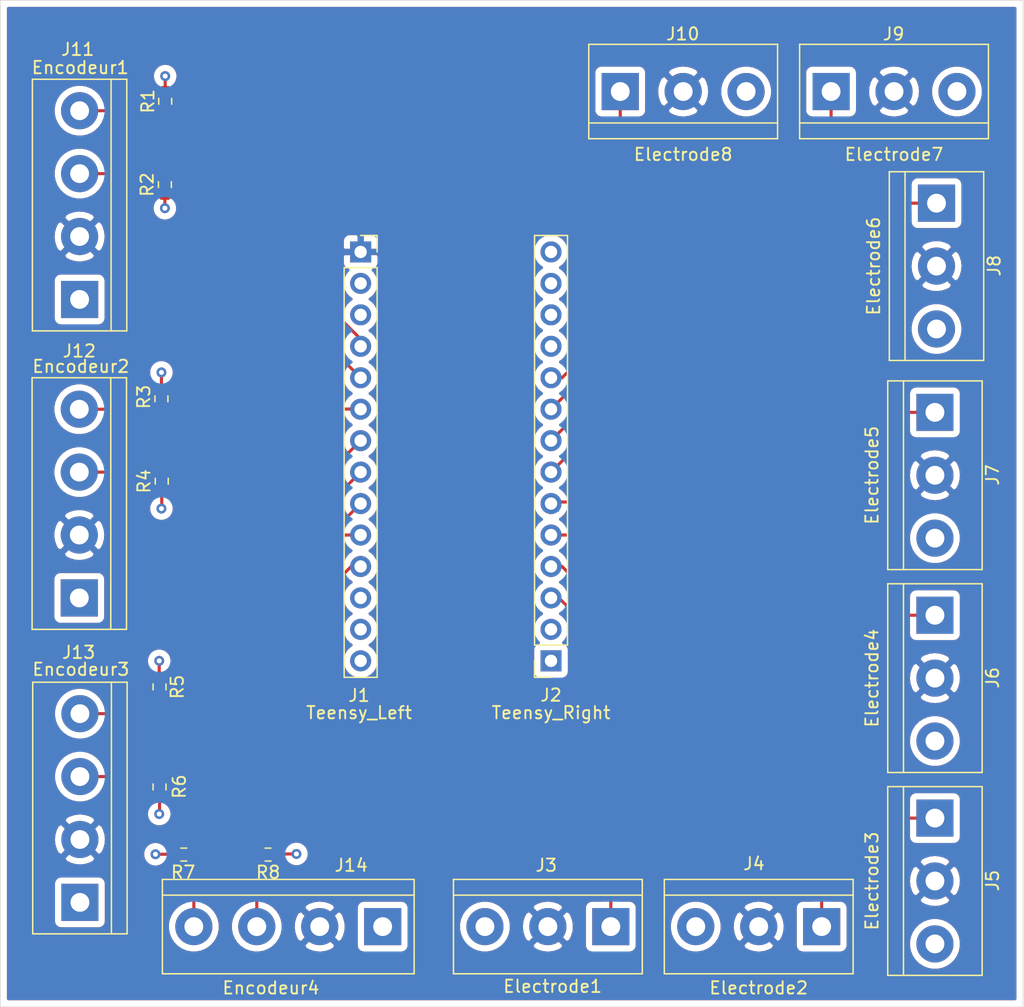
<source format=kicad_pcb>
(kicad_pcb (version 20171130) (host pcbnew "(5.1.12)-1")
  (layers (0 Top signal) (1 GND power) (2 5V power) (31 Bottom signal) (34 B.Paste user) (35 F.Paste user) (36 B.SilkS user) (37 F.SilkS user) (38 B.Mask user) (39 F.Mask user) (44 Edge.Cuts user))
  (net 0 "")
  (net 1 Encodeur4_green)
  (net 2 Encodeur4_red)
  (net 3 Encodeur3_green)
  (net 4 Encodeur3_red)
  (net 5 Encodeur2_green)
  (net 6 Encodeur2_red)
  (net 7 Encodeur1_green)
  (net 8 Encodeur1_red)
  (net 9 GND)
  (net 10 +5V)
  (net 11 +3V3)
  (net 12 Electrode1_signal)
  (net 13 Electrode2_signal)
  (net 14 Electrode8_signal)
  (net 15 Electrode7_signal)
  (net 16 Electrode6_signal)
  (net 17 Electrode5_signal)
  (net 18 Electrode4_signal)
  (net 19 Electrode3_signal)
  (net 20 "Net-(J1-Pad14)")
  (net 21 "Net-(J1-Pad13)")
  (net 22 "Net-(J1-Pad12)")
  (net 23 "Net-(J1-Pad3)")
  (net 24 "Net-(J1-Pad2)")
  (net 25 "Net-(J2-Pad13)")
  (net 26 "Net-(J2-Pad11)")
  (net 27 "Net-(J2-Pad2)")
  (net 28 "Net-(J2-Pad1)")
  (module Connector_PinSocket_2.54mm:PinSocket_1x14_P2.54mm_Vertical (layer Top) (at 140.97 86.36 180)
    (fp_text reference J2 (at 0 -2.77) (layer F.SilkS))
    (fp_text value Teensy_Right (at 0 -4.191) (layer F.SilkS))
    (fp_line (start -1.33 1.27) (end 1.33 1.27) (layer F.SilkS) (width 0.12))
    (fp_line (start -1.33 1.27) (end -1.33 34.35) (layer F.SilkS) (width 0.12))
    (fp_line (start -1.33 34.35) (end 1.33 34.35) (layer F.SilkS) (width 0.12))
    (fp_line (start 1.33 1.27) (end 1.33 34.35) (layer F.SilkS) (width 0.12))
    (fp_line (start 1.33 -1.33) (end 1.33 0) (layer F.SilkS) (width 0.12))
    (fp_line (start 0 -1.33) (end 1.33 -1.33) (layer F.SilkS) (width 0.12))
    (pad 14 thru_hole oval (at 0 33.02 180) (size 1.7 1.7) (drill 1) (layers *.Cu *.Mask) (net 10 +5V))
    (pad 13 thru_hole oval (at 0 30.48 180) (size 1.7 1.7) (drill 1) (layers *.Cu *.Mask) (net 25 "Net-(J2-Pad13)"))
    (pad 12 thru_hole oval (at 0 27.94 180) (size 1.7 1.7) (drill 1) (layers *.Cu *.Mask) (net 11 +3V3))
    (pad 11 thru_hole oval (at 0 25.4 180) (size 1.7 1.7) (drill 1) (layers *.Cu *.Mask) (net 26 "Net-(J2-Pad11)"))
    (pad 10 thru_hole oval (at 0 22.86 180) (size 1.7 1.7) (drill 1) (layers *.Cu *.Mask) (net 14 Electrode8_signal))
    (pad 9 thru_hole oval (at 0 20.32 180) (size 1.7 1.7) (drill 1) (layers *.Cu *.Mask) (net 15 Electrode7_signal))
    (pad 8 thru_hole oval (at 0 17.78 180) (size 1.7 1.7) (drill 1) (layers *.Cu *.Mask) (net 16 Electrode6_signal))
    (pad 7 thru_hole oval (at 0 15.24 180) (size 1.7 1.7) (drill 1) (layers *.Cu *.Mask) (net 17 Electrode5_signal))
    (pad 6 thru_hole oval (at 0 12.7 180) (size 1.7 1.7) (drill 1) (layers *.Cu *.Mask) (net 18 Electrode4_signal))
    (pad 5 thru_hole oval (at 0 10.16 180) (size 1.7 1.7) (drill 1) (layers *.Cu *.Mask) (net 19 Electrode3_signal))
    (pad 4 thru_hole oval (at 0 7.62 180) (size 1.7 1.7) (drill 1) (layers *.Cu *.Mask) (net 13 Electrode2_signal))
    (pad 3 thru_hole oval (at 0 5.08 180) (size 1.7 1.7) (drill 1) (layers *.Cu *.Mask) (net 12 Electrode1_signal))
    (pad 2 thru_hole oval (at 0 2.54 180) (size 1.7 1.7) (drill 1) (layers *.Cu *.Mask) (net 27 "Net-(J2-Pad2)"))
    (pad 1 thru_hole rect (at 0 0 180) (size 1.7 1.7) (drill 1) (layers *.Cu *.Mask) (net 28 "Net-(J2-Pad1)"))
  )
  (module TerminalBlock:TerminalBlock_bornier-3_P5.08mm (layer Top) (at 171.958 66.294 270)
    (fp_text reference J7 (at 5.05 -4.65 90) (layer F.SilkS))
    (fp_text value Electrode5 (at 5.08 5.08 90) (layer F.SilkS))
    (fp_line (start -2.54 3.81) (end -2.54 -3.81) (layer F.SilkS) (width 0.12))
    (fp_line (start 12.7 3.81) (end 12.7 -3.81) (layer F.SilkS) (width 0.12))
    (fp_line (start -2.54 2.54) (end 12.7 2.54) (layer F.SilkS) (width 0.12))
    (fp_line (start -2.54 -3.81) (end 12.7 -3.81) (layer F.SilkS) (width 0.12))
    (fp_line (start -2.54 3.81) (end 12.7 3.81) (layer F.SilkS) (width 0.12))
    (pad 3 thru_hole circle (at 10.16 0 270) (size 3 3) (drill 1.52) (layers *.Cu *.Mask) (net 11 +3V3))
    (pad 2 thru_hole circle (at 5.08 0 270) (size 3 3) (drill 1.52) (layers *.Cu *.Mask) (net 9 GND))
    (pad 1 thru_hole rect (at 0 0 270) (size 3 3) (drill 1.52) (layers *.Cu *.Mask) (net 17 Electrode5_signal))
  )
  (module Connector_PinSocket_2.54mm:PinSocket_1x14_P2.54mm_Vertical (layer Top) (at 125.603 53.34)
    (fp_text reference J1 (at -0.127 35.814) (layer F.SilkS))
    (fp_text value Teensy_Left (at -0.127 37.211) (layer F.SilkS))
    (fp_line (start -1.33 1.27) (end 1.33 1.27) (layer F.SilkS) (width 0.12))
    (fp_line (start -1.33 1.27) (end -1.33 34.35) (layer F.SilkS) (width 0.12))
    (fp_line (start -1.33 34.35) (end 1.33 34.35) (layer F.SilkS) (width 0.12))
    (fp_line (start 1.33 1.27) (end 1.33 34.35) (layer F.SilkS) (width 0.12))
    (fp_line (start 1.33 -1.33) (end 1.33 0) (layer F.SilkS) (width 0.12))
    (fp_line (start 0 -1.33) (end 1.33 -1.33) (layer F.SilkS) (width 0.12))
    (pad 14 thru_hole oval (at 0 33.02) (size 1.7 1.7) (drill 1) (layers *.Cu *.Mask) (net 20 "Net-(J1-Pad14)"))
    (pad 13 thru_hole oval (at 0 30.48) (size 1.7 1.7) (drill 1) (layers *.Cu *.Mask) (net 21 "Net-(J1-Pad13)"))
    (pad 12 thru_hole oval (at 0 27.94) (size 1.7 1.7) (drill 1) (layers *.Cu *.Mask) (net 22 "Net-(J1-Pad12)"))
    (pad 11 thru_hole oval (at 0 25.4) (size 1.7 1.7) (drill 1) (layers *.Cu *.Mask) (net 1 Encodeur4_green))
    (pad 10 thru_hole oval (at 0 22.86) (size 1.7 1.7) (drill 1) (layers *.Cu *.Mask) (net 2 Encodeur4_red))
    (pad 9 thru_hole oval (at 0 20.32) (size 1.7 1.7) (drill 1) (layers *.Cu *.Mask) (net 3 Encodeur3_green))
    (pad 8 thru_hole oval (at 0 17.78) (size 1.7 1.7) (drill 1) (layers *.Cu *.Mask) (net 4 Encodeur3_red))
    (pad 7 thru_hole oval (at 0 15.24) (size 1.7 1.7) (drill 1) (layers *.Cu *.Mask) (net 5 Encodeur2_green))
    (pad 6 thru_hole oval (at 0 12.7) (size 1.7 1.7) (drill 1) (layers *.Cu *.Mask) (net 6 Encodeur2_red))
    (pad 5 thru_hole oval (at 0 10.16) (size 1.7 1.7) (drill 1) (layers *.Cu *.Mask) (net 7 Encodeur1_green))
    (pad 4 thru_hole oval (at 0 7.62) (size 1.7 1.7) (drill 1) (layers *.Cu *.Mask) (net 8 Encodeur1_red))
    (pad 3 thru_hole oval (at 0 5.08) (size 1.7 1.7) (drill 1) (layers *.Cu *.Mask) (net 23 "Net-(J1-Pad3)"))
    (pad 2 thru_hole oval (at 0 2.54) (size 1.7 1.7) (drill 1) (layers *.Cu *.Mask) (net 24 "Net-(J1-Pad2)"))
    (pad 1 thru_hole rect (at 0 0) (size 1.7 1.7) (drill 1) (layers *.Cu *.Mask) (net 9 GND))
  )
  (module TerminalBlock:TerminalBlock_bornier-3_P5.08mm (layer Top) (at 146.558 40.386)
    (fp_text reference J10 (at 5.05 -4.65) (layer F.SilkS))
    (fp_text value Electrode8 (at 5.08 5.08) (layer F.SilkS))
    (fp_line (start -2.54 3.81) (end -2.54 -3.81) (layer F.SilkS) (width 0.12))
    (fp_line (start 12.7 3.81) (end 12.7 -3.81) (layer F.SilkS) (width 0.12))
    (fp_line (start -2.54 2.54) (end 12.7 2.54) (layer F.SilkS) (width 0.12))
    (fp_line (start -2.54 -3.81) (end 12.7 -3.81) (layer F.SilkS) (width 0.12))
    (fp_line (start -2.54 3.81) (end 12.7 3.81) (layer F.SilkS) (width 0.12))
    (pad 3 thru_hole circle (at 10.16 0) (size 3 3) (drill 1.52) (layers *.Cu *.Mask) (net 11 +3V3))
    (pad 2 thru_hole circle (at 5.08 0) (size 3 3) (drill 1.52) (layers *.Cu *.Mask) (net 9 GND))
    (pad 1 thru_hole rect (at 0 0) (size 3 3) (drill 1.52) (layers *.Cu *.Mask) (net 14 Electrode8_signal))
  )
  (module TerminalBlock:TerminalBlock_bornier-3_P5.08mm (layer Top) (at 163.576 40.386)
    (fp_text reference J9 (at 5.05 -4.65) (layer F.SilkS))
    (fp_text value Electrode7 (at 5.08 5.08) (layer F.SilkS))
    (fp_line (start -2.54 3.81) (end -2.54 -3.81) (layer F.SilkS) (width 0.12))
    (fp_line (start 12.7 3.81) (end 12.7 -3.81) (layer F.SilkS) (width 0.12))
    (fp_line (start -2.54 2.54) (end 12.7 2.54) (layer F.SilkS) (width 0.12))
    (fp_line (start -2.54 -3.81) (end 12.7 -3.81) (layer F.SilkS) (width 0.12))
    (fp_line (start -2.54 3.81) (end 12.7 3.81) (layer F.SilkS) (width 0.12))
    (pad 3 thru_hole circle (at 10.16 0) (size 3 3) (drill 1.52) (layers *.Cu *.Mask) (net 11 +3V3))
    (pad 2 thru_hole circle (at 5.08 0) (size 3 3) (drill 1.52) (layers *.Cu *.Mask) (net 9 GND))
    (pad 1 thru_hole rect (at 0 0) (size 3 3) (drill 1.52) (layers *.Cu *.Mask) (net 15 Electrode7_signal))
  )
  (module TerminalBlock:TerminalBlock_bornier-3_P5.08mm (layer Top) (at 172.085 49.403 270)
    (fp_text reference J8 (at 5.05 -4.65 90) (layer F.SilkS))
    (fp_text value Electrode6 (at 5.08 5.08 90) (layer F.SilkS))
    (fp_line (start -2.54 3.81) (end -2.54 -3.81) (layer F.SilkS) (width 0.12))
    (fp_line (start 12.7 3.81) (end 12.7 -3.81) (layer F.SilkS) (width 0.12))
    (fp_line (start -2.54 2.54) (end 12.7 2.54) (layer F.SilkS) (width 0.12))
    (fp_line (start -2.54 -3.81) (end 12.7 -3.81) (layer F.SilkS) (width 0.12))
    (fp_line (start -2.54 3.81) (end 12.7 3.81) (layer F.SilkS) (width 0.12))
    (pad 3 thru_hole circle (at 10.16 0 270) (size 3 3) (drill 1.52) (layers *.Cu *.Mask) (net 11 +3V3))
    (pad 2 thru_hole circle (at 5.08 0 270) (size 3 3) (drill 1.52) (layers *.Cu *.Mask) (net 9 GND))
    (pad 1 thru_hole rect (at 0 0 270) (size 3 3) (drill 1.52) (layers *.Cu *.Mask) (net 16 Electrode6_signal))
  )
  (module TerminalBlock:TerminalBlock_bornier-3_P5.08mm (layer Top) (at 171.958 82.677 270)
    (fp_text reference J6 (at 5.05 -4.65 90) (layer F.SilkS))
    (fp_text value Electrode4 (at 5.08 5.08 90) (layer F.SilkS))
    (fp_line (start -2.54 3.81) (end -2.54 -3.81) (layer F.SilkS) (width 0.12))
    (fp_line (start 12.7 3.81) (end 12.7 -3.81) (layer F.SilkS) (width 0.12))
    (fp_line (start -2.54 2.54) (end 12.7 2.54) (layer F.SilkS) (width 0.12))
    (fp_line (start -2.54 -3.81) (end 12.7 -3.81) (layer F.SilkS) (width 0.12))
    (fp_line (start -2.54 3.81) (end 12.7 3.81) (layer F.SilkS) (width 0.12))
    (pad 3 thru_hole circle (at 10.16 0 270) (size 3 3) (drill 1.52) (layers *.Cu *.Mask) (net 11 +3V3))
    (pad 2 thru_hole circle (at 5.08 0 270) (size 3 3) (drill 1.52) (layers *.Cu *.Mask) (net 9 GND))
    (pad 1 thru_hole rect (at 0 0 270) (size 3 3) (drill 1.52) (layers *.Cu *.Mask) (net 18 Electrode4_signal))
  )
  (module TerminalBlock:TerminalBlock_bornier-3_P5.08mm (layer Top) (at 171.958 99.06 270)
    (fp_text reference J5 (at 5.05 -4.65 90) (layer F.SilkS))
    (fp_text value Electrode3 (at 5.08 5.08 90) (layer F.SilkS))
    (fp_line (start -2.54 3.81) (end -2.54 -3.81) (layer F.SilkS) (width 0.12))
    (fp_line (start 12.7 3.81) (end 12.7 -3.81) (layer F.SilkS) (width 0.12))
    (fp_line (start -2.54 2.54) (end 12.7 2.54) (layer F.SilkS) (width 0.12))
    (fp_line (start -2.54 -3.81) (end 12.7 -3.81) (layer F.SilkS) (width 0.12))
    (fp_line (start -2.54 3.81) (end 12.7 3.81) (layer F.SilkS) (width 0.12))
    (pad 3 thru_hole circle (at 10.16 0 270) (size 3 3) (drill 1.52) (layers *.Cu *.Mask) (net 11 +3V3))
    (pad 2 thru_hole circle (at 5.08 0 270) (size 3 3) (drill 1.52) (layers *.Cu *.Mask) (net 9 GND))
    (pad 1 thru_hole rect (at 0 0 270) (size 3 3) (drill 1.52) (layers *.Cu *.Mask) (net 19 Electrode3_signal))
  )
  (module Resistor_SMD:R_0603_1608Metric (layer Top) (at 118.1354 102.0064 180)
    (fp_text reference R8 (at 0 -1.43) (layer F.SilkS))
    (fp_text value 10k)
    (fp_line (start -0.237258 0.5225) (end 0.237258 0.5225) (layer F.SilkS) (width 0.12))
    (fp_line (start -0.237258 -0.5225) (end 0.237258 -0.5225) (layer F.SilkS) (width 0.12))
    (pad 2 smd roundrect (at 0.825 0 180) (size 0.8 0.95) (layers Top F.Paste F.Mask) (net 1 Encodeur4_green))
    (pad 1 smd roundrect (at -0.825 0 180) (size 0.8 0.95) (layers Top F.Paste F.Mask) (net 10 +5V))
  )
  (module Resistor_SMD:R_0603_1608Metric (layer Top) (at 111.3282 102.0064)
    (fp_text reference R7 (at -0.0508 1.4224) (layer F.SilkS))
    (fp_text value 10k)
    (fp_line (start -0.237258 0.5225) (end 0.237258 0.5225) (layer F.SilkS) (width 0.12))
    (fp_line (start -0.237258 -0.5225) (end 0.237258 -0.5225) (layer F.SilkS) (width 0.12))
    (pad 2 smd roundrect (at 0.825 0) (size 0.8 0.95) (layers Top F.Paste F.Mask) (net 2 Encodeur4_red))
    (pad 1 smd roundrect (at -0.825 0) (size 0.8 0.95) (layers Top F.Paste F.Mask) (net 10 +5V))
  )
  (module Resistor_SMD:R_0603_1608Metric (layer Top) (at 109.3724 96.5454 90)
    (fp_text reference R6 (at 0.0254 1.6002 90) (layer F.SilkS))
    (fp_text value 10k)
    (fp_line (start -0.237258 0.5225) (end 0.237258 0.5225) (layer F.SilkS) (width 0.12))
    (fp_line (start -0.237258 -0.5225) (end 0.237258 -0.5225) (layer F.SilkS) (width 0.12))
    (pad 2 smd roundrect (at 0.825 0 90) (size 0.8 0.95) (layers Top F.Paste F.Mask) (net 3 Encodeur3_green))
    (pad 1 smd roundrect (at -0.825 0 90) (size 0.8 0.95) (layers Top F.Paste F.Mask) (net 10 +5V))
  )
  (module Resistor_SMD:R_0603_1608Metric (layer Top) (at 109.3724 88.4682 270)
    (fp_text reference R5 (at 0 -1.43 90) (layer F.SilkS))
    (fp_text value 10k)
    (fp_line (start -0.237258 0.5225) (end 0.237258 0.5225) (layer F.SilkS) (width 0.12))
    (fp_line (start -0.237258 -0.5225) (end 0.237258 -0.5225) (layer F.SilkS) (width 0.12))
    (pad 2 smd roundrect (at 0.825 0 270) (size 0.8 0.95) (layers Top F.Paste F.Mask) (net 4 Encodeur3_red))
    (pad 1 smd roundrect (at -0.825 0 270) (size 0.8 0.95) (layers Top F.Paste F.Mask) (net 10 +5V))
  )
  (module Resistor_SMD:R_0603_1608Metric (layer Top) (at 109.5502 71.8566 90)
    (fp_text reference R4 (at 0 -1.43 90) (layer F.SilkS))
    (fp_text value 10k)
    (fp_line (start -0.237258 0.5225) (end 0.237258 0.5225) (layer F.SilkS) (width 0.12))
    (fp_line (start -0.237258 -0.5225) (end 0.237258 -0.5225) (layer F.SilkS) (width 0.12))
    (pad 2 smd roundrect (at 0.825 0 90) (size 0.8 0.95) (layers Top F.Paste F.Mask) (net 5 Encodeur2_green))
    (pad 1 smd roundrect (at -0.825 0 90) (size 0.8 0.95) (layers Top F.Paste F.Mask) (net 10 +5V))
  )
  (module Resistor_SMD:R_0603_1608Metric (layer Top) (at 109.5248 65.2018 270)
    (fp_text reference R3 (at -0.1524 1.4224 90) (layer F.SilkS))
    (fp_text value 10k)
    (fp_line (start -0.237258 0.5225) (end 0.237258 0.5225) (layer F.SilkS) (width 0.12))
    (fp_line (start -0.237258 -0.5225) (end 0.237258 -0.5225) (layer F.SilkS) (width 0.12))
    (pad 2 smd roundrect (at 0.825 0 270) (size 0.8 0.95) (layers Top F.Paste F.Mask) (net 6 Encodeur2_red))
    (pad 1 smd roundrect (at -0.825 0 270) (size 0.8 0.95) (layers Top F.Paste F.Mask) (net 10 +5V))
  )
  (module Resistor_SMD:R_0603_1608Metric (layer Top) (at 109.8042 47.9044 90)
    (fp_text reference R2 (at 0 -1.43 90) (layer F.SilkS))
    (fp_text value 10k)
    (fp_line (start -0.237258 0.5225) (end 0.237258 0.5225) (layer F.SilkS) (width 0.12))
    (fp_line (start -0.237258 -0.5225) (end 0.237258 -0.5225) (layer F.SilkS) (width 0.12))
    (pad 2 smd roundrect (at 0.825 0 90) (size 0.8 0.95) (layers Top F.Paste F.Mask) (net 7 Encodeur1_green))
    (pad 1 smd roundrect (at -0.825 0 90) (size 0.8 0.95) (layers Top F.Paste F.Mask) (net 10 +5V))
  )
  (module Resistor_SMD:R_0603_1608Metric (layer Top) (at 109.8296 41.1734 270)
    (fp_text reference R1 (at 0 1.397 90) (layer F.SilkS))
    (fp_text value 10k)
    (fp_line (start -0.237258 0.5225) (end 0.237258 0.5225) (layer F.SilkS) (width 0.12))
    (fp_line (start -0.237258 -0.5225) (end 0.237258 -0.5225) (layer F.SilkS) (width 0.12))
    (pad 2 smd roundrect (at 0.825 0 270) (size 0.8 0.95) (layers Top F.Paste F.Mask) (net 8 Encodeur1_red))
    (pad 1 smd roundrect (at -0.825 0 270) (size 0.8 0.95) (layers Top F.Paste F.Mask) (net 10 +5V))
  )
  (module TerminalBlock:TerminalBlock_bornier-4_P5.08mm (layer Top) (at 127.381 107.823 180)
    (fp_text reference J14 (at 2.54 4.953) (layer F.SilkS))
    (fp_text value Encodeur4 (at 9.017 -4.953) (layer F.SilkS))
    (fp_line (start -2.54 3.81) (end 17.78 3.81) (layer F.SilkS) (width 0.12))
    (fp_line (start -2.54 -3.81) (end 17.78 -3.81) (layer F.SilkS) (width 0.12))
    (fp_line (start 17.78 2.54) (end -2.54 2.54) (layer F.SilkS) (width 0.12))
    (fp_line (start 17.78 3.81) (end 17.78 -3.81) (layer F.SilkS) (width 0.12))
    (fp_line (start -2.54 -3.81) (end -2.54 3.81) (layer F.SilkS) (width 0.12))
    (pad 4 thru_hole circle (at 15.24 0 180) (size 3 3) (drill 1.52) (layers *.Cu *.Mask) (net 2 Encodeur4_red))
    (pad 1 thru_hole rect (at 0 0 180) (size 3 3) (drill 1.52) (layers *.Cu *.Mask) (net 10 +5V))
    (pad 3 thru_hole circle (at 10.16 0 180) (size 3 3) (drill 1.52) (layers *.Cu *.Mask) (net 1 Encodeur4_green))
    (pad 2 thru_hole circle (at 5.08 0 180) (size 3 3) (drill 1.52) (layers *.Cu *.Mask) (net 9 GND))
  )
  (module TerminalBlock:TerminalBlock_bornier-4_P5.08mm (layer Top) (at 102.9462 105.8672 90)
    (fp_text reference J13 (at 20.193 -0.1016 180) (layer F.SilkS))
    (fp_text value Encodeur3 (at 18.8214 0.0762 180) (layer F.SilkS))
    (fp_line (start -2.54 3.81) (end 17.78 3.81) (layer F.SilkS) (width 0.12))
    (fp_line (start -2.54 -3.81) (end 17.78 -3.81) (layer F.SilkS) (width 0.12))
    (fp_line (start 17.78 2.54) (end -2.54 2.54) (layer F.SilkS) (width 0.12))
    (fp_line (start 17.78 3.81) (end 17.78 -3.81) (layer F.SilkS) (width 0.12))
    (fp_line (start -2.54 -3.81) (end -2.54 3.81) (layer F.SilkS) (width 0.12))
    (pad 4 thru_hole circle (at 15.24 0 90) (size 3 3) (drill 1.52) (layers *.Cu *.Mask) (net 4 Encodeur3_red))
    (pad 1 thru_hole rect (at 0 0 90) (size 3 3) (drill 1.52) (layers *.Cu *.Mask) (net 10 +5V))
    (pad 3 thru_hole circle (at 10.16 0 90) (size 3 3) (drill 1.52) (layers *.Cu *.Mask) (net 3 Encodeur3_green))
    (pad 2 thru_hole circle (at 5.08 0 90) (size 3 3) (drill 1.52) (layers *.Cu *.Mask) (net 9 GND))
  )
  (module TerminalBlock:TerminalBlock_bornier-4_P5.08mm (layer Top) (at 102.8954 81.28 90)
    (fp_text reference J12 (at 19.939 0 180) (layer F.SilkS))
    (fp_text value Encodeur2 (at 18.6944 0.127 180) (layer F.SilkS))
    (fp_line (start -2.54 3.81) (end 17.78 3.81) (layer F.SilkS) (width 0.12))
    (fp_line (start -2.54 -3.81) (end 17.78 -3.81) (layer F.SilkS) (width 0.12))
    (fp_line (start 17.78 2.54) (end -2.54 2.54) (layer F.SilkS) (width 0.12))
    (fp_line (start 17.78 3.81) (end 17.78 -3.81) (layer F.SilkS) (width 0.12))
    (fp_line (start -2.54 -3.81) (end -2.54 3.81) (layer F.SilkS) (width 0.12))
    (pad 4 thru_hole circle (at 15.24 0 90) (size 3 3) (drill 1.52) (layers *.Cu *.Mask) (net 6 Encodeur2_red))
    (pad 1 thru_hole rect (at 0 0 90) (size 3 3) (drill 1.52) (layers *.Cu *.Mask) (net 10 +5V))
    (pad 3 thru_hole circle (at 10.16 0 90) (size 3 3) (drill 1.52) (layers *.Cu *.Mask) (net 5 Encodeur2_green))
    (pad 2 thru_hole circle (at 5.08 0 90) (size 3 3) (drill 1.52) (layers *.Cu *.Mask) (net 9 GND))
  )
  (module TerminalBlock:TerminalBlock_bornier-4_P5.08mm (layer Top) (at 102.9208 57.1754 90)
    (fp_text reference J11 (at 20.193 -0.1524 180) (layer F.SilkS))
    (fp_text value Encodeur1 (at 18.7198 0.0508 180) (layer F.SilkS))
    (fp_line (start -2.54 3.81) (end 17.78 3.81) (layer F.SilkS) (width 0.12))
    (fp_line (start -2.54 -3.81) (end 17.78 -3.81) (layer F.SilkS) (width 0.12))
    (fp_line (start 17.78 2.54) (end -2.54 2.54) (layer F.SilkS) (width 0.12))
    (fp_line (start 17.78 3.81) (end 17.78 -3.81) (layer F.SilkS) (width 0.12))
    (fp_line (start -2.54 -3.81) (end -2.54 3.81) (layer F.SilkS) (width 0.12))
    (pad 4 thru_hole circle (at 15.24 0 90) (size 3 3) (drill 1.52) (layers *.Cu *.Mask) (net 8 Encodeur1_red))
    (pad 1 thru_hole rect (at 0 0 90) (size 3 3) (drill 1.52) (layers *.Cu *.Mask) (net 10 +5V))
    (pad 3 thru_hole circle (at 10.16 0 90) (size 3 3) (drill 1.52) (layers *.Cu *.Mask) (net 7 Encodeur1_green))
    (pad 2 thru_hole circle (at 5.08 0 90) (size 3 3) (drill 1.52) (layers *.Cu *.Mask) (net 9 GND))
  )
  (module TerminalBlock:TerminalBlock_bornier-3_P5.08mm (layer Top) (at 162.814 107.823 180)
    (fp_text reference J4 (at 5.461 5.08) (layer F.SilkS))
    (fp_text value Electrode2 (at 5.08 -4.953) (layer F.SilkS))
    (fp_line (start -2.54 3.81) (end 12.7 3.81) (layer F.SilkS) (width 0.12))
    (fp_line (start -2.54 -3.81) (end 12.7 -3.81) (layer F.SilkS) (width 0.12))
    (fp_line (start -2.54 2.54) (end 12.7 2.54) (layer F.SilkS) (width 0.12))
    (fp_line (start 12.7 3.81) (end 12.7 -3.81) (layer F.SilkS) (width 0.12))
    (fp_line (start -2.54 3.81) (end -2.54 -3.81) (layer F.SilkS) (width 0.12))
    (pad 3 thru_hole circle (at 10.16 0 180) (size 3 3) (drill 1.52) (layers *.Cu *.Mask) (net 11 +3V3))
    (pad 2 thru_hole circle (at 5.08 0 180) (size 3 3) (drill 1.52) (layers *.Cu *.Mask) (net 9 GND))
    (pad 1 thru_hole rect (at 0 0 180) (size 3 3) (drill 1.52) (layers *.Cu *.Mask) (net 13 Electrode2_signal))
  )
  (module TerminalBlock:TerminalBlock_bornier-3_P5.08mm (layer Top) (at 145.796 107.823 180)
    (fp_text reference J3 (at 5.207 4.953) (layer F.SilkS))
    (fp_text value Electrode1 (at 4.699 -4.826) (layer F.SilkS))
    (fp_line (start -2.54 3.81) (end 12.7 3.81) (layer F.SilkS) (width 0.12))
    (fp_line (start -2.54 -3.81) (end 12.7 -3.81) (layer F.SilkS) (width 0.12))
    (fp_line (start -2.54 2.54) (end 12.7 2.54) (layer F.SilkS) (width 0.12))
    (fp_line (start 12.7 3.81) (end 12.7 -3.81) (layer F.SilkS) (width 0.12))
    (fp_line (start -2.54 3.81) (end -2.54 -3.81) (layer F.SilkS) (width 0.12))
    (pad 3 thru_hole circle (at 10.16 0 180) (size 3 3) (drill 1.52) (layers *.Cu *.Mask) (net 11 +3V3))
    (pad 2 thru_hole circle (at 5.08 0 180) (size 3 3) (drill 1.52) (layers *.Cu *.Mask) (net 9 GND))
    (pad 1 thru_hole rect (at 0 0 180) (size 3 3) (drill 1.52) (layers *.Cu *.Mask) (net 12 Electrode1_signal))
  )
  (gr_line (start 179.07 114.3) (end 179.07 33.02) (layer Edge.Cuts) (width 0.05))
  (gr_line (start 96.52 114.3) (end 179.07 114.3) (layer Edge.Cuts) (width 0.05))
  (gr_line (start 96.52 33.02) (end 96.52 114.3) (layer Edge.Cuts) (width 0.05))
  (gr_line (start 179.07 33.02) (end 96.52 33.02) (layer Edge.Cuts) (width 0.05))
  (via (at 109.5248 63.0682) (size 0.8) (drill 0.4) (layers Top Bottom) (net 10))
  (via (at 109.5248 74.0664) (size 0.8) (drill 0.4) (layers Top Bottom) (net 10))
  (via (at 109.347 98.7298) (size 0.8) (drill 0.4) (layers Top Bottom) (net 10))
  (via (at 109.8296 39.1414) (size 0.8) (drill 0.4) (layers Top Bottom) (net 10))
  (segment (start 112.1664 101.9932) (end 112.1532 102.0064) (width 0.25) (layer Top) (net 2))
  (segment (start 112.268 101.8916) (end 112.1532 102.0064) (width 0.25) (layer Top) (net 2))
  (segment (start 117.221 102.0958) (end 117.3104 102.0064) (width 0.25) (layer Top) (net 1))
  (segment (start 117.221 107.823) (end 117.221 102.0958) (width 0.25) (layer Top) (net 1))
  (segment (start 124.841 78.74) (end 125.603 78.74) (width 0.25) (layer Top) (net 1))
  (segment (start 117.3104 86.2706) (end 124.841 78.74) (width 0.25) (layer Top) (net 1))
  (segment (start 117.3104 102.0064) (end 117.3104 86.2706) (width 0.25) (layer Top) (net 1))
  (segment (start 112.141 102.0186) (end 112.1532 102.0064) (width 0.25) (layer Top) (net 2))
  (segment (start 112.141 107.823) (end 112.141 102.0186) (width 0.25) (layer Top) (net 2))
  (segment (start 112.1532 102.0064) (end 112.1532 90.0308) (width 0.25) (layer Top) (net 2))
  (segment (start 112.1532 90.0308) (end 119.888 82.296) (width 0.25) (layer Top) (net 2))
  (segment (start 119.888 82.296) (end 119.888 80.645) (width 0.25) (layer Top) (net 2))
  (segment (start 124.333 76.2) (end 125.603 76.2) (width 0.25) (layer Top) (net 2))
  (segment (start 119.888 80.645) (end 124.333 76.2) (width 0.25) (layer Top) (net 2))
  (segment (start 125.60159 73.78841) (end 125.73 73.66) (width 0.25) (layer Top) (net 3))
  (segment (start 125.47459 73.78841) (end 125.603 73.66) (width 0.25) (layer Top) (net 3))
  (segment (start 109.3348 89.2556) (end 109.3724 89.2932) (width 0.25) (layer Top) (net 4))
  (segment (start 109.3592 95.7072) (end 109.3724 95.7204) (width 0.25) (layer Top) (net 3))
  (segment (start 102.9462 95.7072) (end 109.3592 95.7072) (width 0.25) (layer Top) (net 3))
  (segment (start 118.872 80.391) (end 125.603 73.66) (width 0.25) (layer Top) (net 3))
  (segment (start 118.872 82.0674) (end 118.872 80.391) (width 0.25) (layer Top) (net 3))
  (segment (start 109.3724 91.567) (end 118.872 82.0674) (width 0.25) (layer Top) (net 3))
  (segment (start 109.3724 95.7204) (end 109.3724 91.567) (width 0.25) (layer Top) (net 3))
  (segment (start 108.0384 90.6272) (end 109.3724 89.2932) (width 0.25) (layer Top) (net 4))
  (segment (start 102.9462 90.6272) (end 108.0384 90.6272) (width 0.25) (layer Top) (net 4))
  (segment (start 109.3724 89.2932) (end 110.554 89.2932) (width 0.25) (layer Top) (net 4))
  (segment (start 110.554 89.2932) (end 118.0846 81.7626) (width 0.25) (layer Top) (net 4))
  (segment (start 118.0846 78.6384) (end 125.603 71.12) (width 0.25) (layer Top) (net 4))
  (segment (start 118.0846 81.7626) (end 118.0846 78.6384) (width 0.25) (layer Top) (net 4))
  (segment (start 109.4618 71.12) (end 109.5502 71.0316) (width 0.25) (layer Top) (net 5))
  (segment (start 102.8954 71.12) (end 109.4618 71.12) (width 0.25) (layer Top) (net 5))
  (segment (start 123.1514 71.0316) (end 125.603 68.58) (width 0.25) (layer Top) (net 5))
  (segment (start 109.5502 71.0316) (end 123.1514 71.0316) (width 0.25) (layer Top) (net 5))
  (segment (start 109.5116 66.04) (end 109.5248 66.0268) (width 0.25) (layer Top) (net 6))
  (segment (start 102.8954 66.04) (end 109.5116 66.04) (width 0.25) (layer Top) (net 6))
  (segment (start 125.5898 66.0268) (end 125.603 66.04) (width 0.25) (layer Top) (net 6))
  (segment (start 109.5248 66.0268) (end 125.5898 66.0268) (width 0.25) (layer Top) (net 6))
  (segment (start 109.7402 47.0154) (end 109.8042 47.0794) (width 0.25) (layer Top) (net 7))
  (segment (start 102.9208 47.0154) (end 109.7402 47.0154) (width 0.25) (layer Top) (net 7))
  (segment (start 109.8042 47.0794) (end 123.19 60.4652) (width 0.25) (layer Top) (net 7))
  (segment (start 123.19 61.087) (end 125.603 63.5) (width 0.25) (layer Top) (net 7))
  (segment (start 123.19 60.4652) (end 123.19 61.087) (width 0.25) (layer Top) (net 7))
  (segment (start 109.7666 41.9354) (end 109.8296 41.9984) (width 0.25) (layer Top) (net 8))
  (segment (start 102.9208 41.9354) (end 109.7666 41.9354) (width 0.25) (layer Top) (net 8))
  (segment (start 109.8296 41.9984) (end 109.8296 44.6024) (width 0.25) (layer Top) (net 8))
  (segment (start 125.603 60.3758) (end 125.603 60.96) (width 0.25) (layer Top) (net 8))
  (segment (start 109.8296 44.6024) (end 125.603 60.3758) (width 0.25) (layer Top) (net 8))
  (via (at 109.347 86.36) (size 0.8) (drill 0.4) (layers Top Bottom) (net 10))
  (via (at 109.0422 101.981) (size 0.8) (drill 0.4) (layers Top Bottom) (net 10))
  (segment (start 109.7666 40.4114) (end 109.8296 40.3484) (width 0.25) (layer Top) (net 10))
  (segment (start 141.351 53.34) (end 141.224 53.467) (width 0.25) (layer Top) (net 10))
  (segment (start 109.8296 39.1414) (end 109.8296 40.3484) (width 0.25) (layer Top) (net 10))
  (segment (start 118.9858 101.981) (end 118.9604 102.0064) (width 0.25) (layer Top) (net 10))
  (segment (start 110.4778 101.981) (end 110.5032 102.0064) (width 0.25) (layer Top) (net 10))
  (segment (start 109.0422 101.981) (end 110.4778 101.981) (width 0.25) (layer Top) (net 10))
  (segment (start 119.0112 101.9556) (end 118.9604 102.0064) (width 0.25) (layer Top) (net 10))
  (segment (start 120.4214 101.9556) (end 120.4214 101.9556) (width 0.25) (layer Top) (net 10))
  (segment (start 120.4214 101.9556) (end 119.0112 101.9556) (width 0.25) (layer Top) (net 10))
  (via (at 120.4214 101.9556) (size 0.8) (drill 0.4) (layers Top Bottom) (net 10))
  (segment (start 109.3724 98.7044) (end 109.347 98.7298) (width 0.25) (layer Top) (net 10))
  (segment (start 109.3724 97.3704) (end 109.3724 98.7044) (width 0.25) (layer Top) (net 10))
  (segment (start 109.347 87.6178) (end 109.3724 87.6432) (width 0.25) (layer Top) (net 10))
  (segment (start 109.347 86.36) (end 109.347 87.6178) (width 0.25) (layer Top) (net 10))
  (segment (start 109.5248 63.0682) (end 109.5248 64.3768) (width 0.25) (layer Top) (net 10))
  (segment (start 109.5502 74.041) (end 109.5248 74.0664) (width 0.25) (layer Top) (net 10))
  (segment (start 109.5502 72.6816) (end 109.5502 74.041) (width 0.25) (layer Top) (net 10))
  (segment (start 109.8042 48.7294) (end 109.8042 49.8094) (width 0.25) (layer Top) (net 10))
  (segment (start 109.8042 49.8094) (end 109.8042 49.8094) (width 0.25) (layer Top) (net 10))
  (via (at 109.8042 49.8094) (size 0.8) (drill 0.4) (layers Top Bottom) (net 10))
  (segment (start 141.351 58.42) (end 141.224 58.547) (width 0.25) (layer Top) (net 11))
  (segment (start 141.351 81.28) (end 141.224 81.407) (width 0.25) (layer Top) (net 12))
  (segment (start 141.605 81.28) (end 140.97 81.28) (width 0.25) (layer Top) (net 12))
  (segment (start 145.796 85.471) (end 141.605 81.28) (width 0.25) (layer Top) (net 12))
  (segment (start 145.796 107.823) (end 145.796 85.471) (width 0.25) (layer Top) (net 12))
  (segment (start 141.351 78.74) (end 141.224 78.867) (width 0.25) (layer Top) (net 13))
  (segment (start 141.859 78.74) (end 140.97 78.74) (width 0.25) (layer Top) (net 13))
  (segment (start 162.814 99.695) (end 141.859 78.74) (width 0.25) (layer Top) (net 13))
  (segment (start 162.814 107.823) (end 162.814 99.695) (width 0.25) (layer Top) (net 13))
  (segment (start 141.859 63.5) (end 140.97 63.5) (width 0.25) (layer Top) (net 14))
  (segment (start 143.764 61.595) (end 141.859 63.5) (width 0.25) (layer Top) (net 14))
  (segment (start 143.764 49.784) (end 143.764 61.595) (width 0.25) (layer Top) (net 14))
  (segment (start 146.558 46.99) (end 143.764 49.784) (width 0.25) (layer Top) (net 14))
  (segment (start 146.558 40.386) (end 146.558 46.99) (width 0.25) (layer Top) (net 14))
  (segment (start 141.351 66.04) (end 141.224 66.167) (width 0.25) (layer Top) (net 15))
  (segment (start 163.576 43.434) (end 163.576 40.386) (width 0.25) (layer Top) (net 15))
  (segment (start 140.97 66.04) (end 163.576 43.434) (width 0.25) (layer Top) (net 15))
  (segment (start 160.147 49.403) (end 140.97 68.58) (width 0.25) (layer Top) (net 16))
  (segment (start 160.147 49.403) (end 172.085 49.403) (width 0.25) (layer Top) (net 16))
  (segment (start 141.351 71.12) (end 141.224 71.247) (width 0.25) (layer Top) (net 17))
  (segment (start 145.796 66.294) (end 140.97 71.12) (width 0.25) (layer Top) (net 17))
  (segment (start 171.958 66.294) (end 145.796 66.294) (width 0.25) (layer Top) (net 17))
  (segment (start 141.514999 74.204999) (end 140.97 73.66) (width 0.25) (layer Bottom) (net 18))
  (segment (start 141.097 73.533) (end 140.97 73.66) (width 0.25) (layer Top) (net 18))
  (segment (start 145.288 73.533) (end 141.097 73.533) (width 0.25) (layer Top) (net 18))
  (segment (start 154.432 82.677) (end 145.288 73.533) (width 0.25) (layer Top) (net 18))
  (segment (start 171.958 82.677) (end 154.432 82.677) (width 0.25) (layer Top) (net 18))
  (segment (start 141.351 76.2) (end 141.224 76.327) (width 0.25) (layer Top) (net 19))
  (segment (start 144.018 76.2) (end 140.97 76.2) (width 0.25) (layer Top) (net 19))
  (segment (start 166.878 99.06) (end 144.018 76.2) (width 0.25) (layer Top) (net 19))
  (segment (start 171.958 99.06) (end 166.878 99.06) (width 0.25) (layer Top) (net 19))
  (zone (net 9) (net_name GND) (layer Top) (connect_pads (clearance 0.508)) (min_thickness 0.254) (fill yes (arc_segments 32) (thermal_gap 0.508) (thermal_bridge_width 0.508))
    (polygon (pts (xy 179.07 114.3) (xy 96.52 114.3) (xy 96.52 33.02) (xy 179.07 33.02)))
  )
  (zone (net 9) (net_name GND) (layer Bottom) (connect_pads (clearance 0.508)) (min_thickness 0.254) (fill yes (arc_segments 32) (thermal_gap 0.508) (thermal_bridge_width 0.508))
    (polygon (pts (xy 179.07 114.3) (xy 96.52 114.3) (xy 96.52 33.02) (xy 179.07 33.02)))
  )
)
</source>
